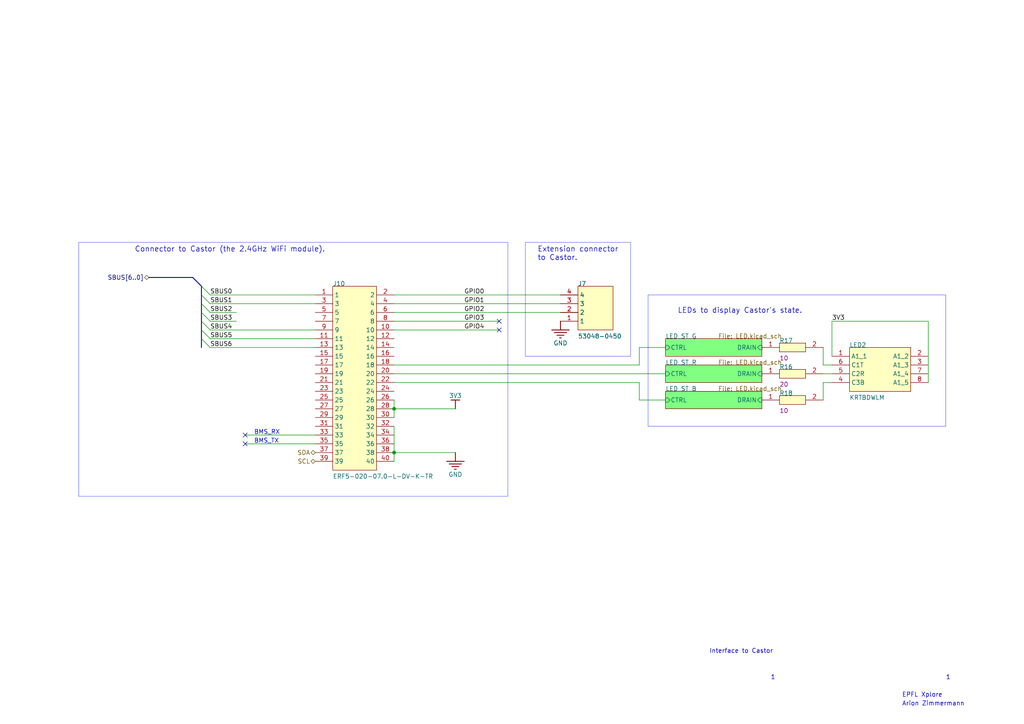
<source format=kicad_sch>
(kicad_sch (version 20250114) (generator "eeschema") (generator_version "9.0")
  (paper "A4")
  (lib_symbols
    (symbol "PolluxIII-altium-import:3V3_BAR" (power)
      (property "Value" "3V3" (at 0 -3.81 0))
      (symbol "3V3_BAR_0_0"
        (polyline (pts (xy -1.27 -2.54) (xy 1.27 -2.54)) (stroke (width 0.254)))
        (polyline (pts (xy 0 0) (xy 0 -2.54)) (stroke (width 0.254)))
        (pin power_in line (at 0 0 0) (length 0) (hide yes) (name "3V3") (number ""))
      )
    )
    (symbol "PolluxIII-altium-import:GND_POWER_GROUND" (power)
      (property "Value" "GND" (at 0 -6.35 0))
      (symbol "GND_POWER_GROUND_0_0"
        (polyline (pts (xy -2.54 -2.54) (xy 2.54 -2.54)) (stroke (width 0.254)))
        (polyline (pts (xy -1.778 -3.302) (xy 1.778 -3.302)) (stroke (width 0.254)))
        (polyline (pts (xy -1.016 -4.064) (xy 1.016 -4.064)) (stroke (width 0.254)))
        (polyline (pts (xy -0.254 -4.826) (xy 0.254 -4.826)) (stroke (width 0.254)))
        (polyline (pts (xy 0 0) (xy 0 -2.54)) (stroke (width 0.254)))
        (pin power_in line (at 0 0 0) (length 0) (hide yes) (name "GND") (number ""))
      )
    )
    (symbol "PolluxIII-altium-import:Interconnect_0_53048-0450_*"
      (symbol "Interconnect_0_53048-0450_*_1_0"
        (rectangle (start 15.24 2.54) (end 5.08 -10.16) (stroke (width 0) (color 128 0 0 1)) (fill (type background)))
        (pin passive line (at 0 0 0) (length 5.08) (name "4") (number "4"))
        (pin passive line (at 0 -2.54 0) (length 5.08) (name "3") (number "3"))
        (pin passive line (at 0 -5.08 0) (length 5.08) (name "2") (number "2"))
        (pin passive line (at 0 -7.62 0) (length 5.08) (name "1") (number "1"))
      )
    )
    (symbol "PolluxIII-altium-import:Interconnect_0_CRCW060310R0FKEAC_CarrierBoard.SCHLIB" (pin_names (hide yes))
      (symbol "Interconnect_0_CRCW060310R0FKEAC_CarrierBoard.SCHLIB_1_0"
        (rectangle (start 12.7 1.27) (end 5.08 -1.27) (stroke (width 0) (color 128 0 0 1)) (fill (type background)))
        (pin passive line (at 0 0 0) (length 5.08) (name "1") (number "1"))
        (pin passive line (at 17.78 0 180) (length 5.08) (name "2") (number "2"))
      )
    )
    (symbol "PolluxIII-altium-import:Interconnect_0_CRCW060320R0FKEAC_CarrierBoard.SCHLIB" (pin_names (hide yes))
      (symbol "Interconnect_0_CRCW060320R0FKEAC_CarrierBoard.SCHLIB_1_0"
        (rectangle (start 12.7 1.27) (end 5.08 -1.27) (stroke (width 0) (color 128 0 0 1)) (fill (type background)))
        (pin passive line (at 0 0 0) (length 5.08) (name "1") (number "1"))
        (pin passive line (at 17.78 0 180) (length 5.08) (name "2") (number "2"))
      )
    )
    (symbol "PolluxIII-altium-import:Interconnect_0_KRTBDWLM32.32-T4U6-JW+AAAB-J3+R4S6-5V_CarrierBoard.SCHLIB"
      (symbol "Interconnect_0_KRTBDWLM32.32-T4U6-JW+AAAB-J3+R4S6-5V_CarrierBoard.SCHLIB_1_0"
        (rectangle (start 22.86 2.54) (end 5.08 -10.16) (stroke (width 0) (color 128 0 0 1)) (fill (type background)))
        (pin passive line (at 0 0 0) (length 5.08) (name "A1_1") (number "1"))
        (pin passive line (at 0 -2.54 0) (length 5.08) (name "C1T") (number "6"))
        (pin passive line (at 0 -5.08 0) (length 5.08) (name "C2R") (number "5"))
        (pin passive line (at 0 -7.62 0) (length 5.08) (name "C3B") (number "4"))
        (pin passive line (at 27.94 0 180) (length 5.08) (name "A1_2") (number "2"))
        (pin passive line (at 27.94 -2.54 180) (length 5.08) (name "A1_3") (number "3"))
        (pin passive line (at 27.94 -5.08 180) (length 5.08) (name "A1_4") (number "7"))
        (pin passive line (at 27.94 -7.62 180) (length 5.08) (name "A1_5") (number "8"))
      )
    )
    (symbol "PolluxIII-altium-import:Interconnect_2_ERF5-020-07.0-L-DV-K-TR_SamacSys.SchLib"
      (symbol "Interconnect_2_ERF5-020-07.0-L-DV-K-TR_SamacSys.SchLib_1_0"
        (rectangle (start -5.08 50.8) (end -17.78 -2.54) (stroke (width 0) (color 128 0 0 1)) (fill (type background)))
        (pin passive line (at -22.86 48.26 0) (length 5.08) (name "1") (number "1"))
        (pin passive line (at -22.86 45.72 0) (length 5.08) (name "3") (number "3"))
        (pin passive line (at -22.86 43.18 0) (length 5.08) (name "5") (number "5"))
        (pin passive line (at -22.86 40.64 0) (length 5.08) (name "7") (number "7"))
        (pin passive line (at -22.86 38.1 0) (length 5.08) (name "9") (number "9"))
        (pin passive line (at -22.86 35.56 0) (length 5.08) (name "11") (number "11"))
        (pin passive line (at -22.86 33.02 0) (length 5.08) (name "13") (number "13"))
        (pin passive line (at -22.86 30.48 0) (length 5.08) (name "15") (number "15"))
        (pin passive line (at -22.86 27.94 0) (length 5.08) (name "17") (number "17"))
        (pin passive line (at -22.86 25.4 0) (length 5.08) (name "19") (number "19"))
        (pin passive line (at -22.86 22.86 0) (length 5.08) (name "21") (number "21"))
        (pin passive line (at -22.86 20.32 0) (length 5.08) (name "23") (number "23"))
        (pin passive line (at -22.86 17.78 0) (length 5.08) (name "25") (number "25"))
        (pin passive line (at -22.86 15.24 0) (length 5.08) (name "27") (number "27"))
        (pin passive line (at -22.86 12.7 0) (length 5.08) (name "29") (number "29"))
        (pin passive line (at -22.86 10.16 0) (length 5.08) (name "31") (number "31"))
        (pin passive line (at -22.86 7.62 0) (length 5.08) (name "33") (number "33"))
        (pin passive line (at -22.86 5.08 0) (length 5.08) (name "35") (number "35"))
        (pin passive line (at -22.86 2.54 0) (length 5.08) (name "37") (number "37"))
        (pin passive line (at -22.86 0 0) (length 5.08) (name "39") (number "39"))
        (pin passive line (at 0 48.26 180) (length 5.08) (name "2") (number "2"))
        (pin passive line (at 0 45.72 180) (length 5.08) (name "4") (number "4"))
        (pin passive line (at 0 43.18 180) (length 5.08) (name "6") (number "6"))
        (pin passive line (at 0 40.64 180) (length 5.08) (name "8") (number "8"))
        (pin passive line (at 0 38.1 180) (length 5.08) (name "10") (number "10"))
        (pin passive line (at 0 35.56 180) (length 5.08) (name "12") (number "12"))
        (pin passive line (at 0 33.02 180) (length 5.08) (name "14") (number "14"))
        (pin passive line (at 0 30.48 180) (length 5.08) (name "16") (number "16"))
        (pin passive line (at 0 27.94 180) (length 5.08) (name "18") (number "18"))
        (pin passive line (at 0 25.4 180) (length 5.08) (name "20") (number "20"))
        (pin passive line (at 0 22.86 180) (length 5.08) (name "22") (number "22"))
        (pin passive line (at 0 20.32 180) (length 5.08) (name "24") (number "24"))
        (pin passive line (at 0 17.78 180) (length 5.08) (name "26") (number "26"))
        (pin passive line (at 0 15.24 180) (length 5.08) (name "28") (number "28"))
        (pin passive line (at 0 12.7 180) (length 5.08) (name "30") (number "30"))
        (pin passive line (at 0 10.16 180) (length 5.08) (name "32") (number "32"))
        (pin passive line (at 0 7.62 180) (length 5.08) (name "34") (number "34"))
        (pin passive line (at 0 5.08 180) (length 5.08) (name "36") (number "36"))
        (pin passive line (at 0 2.54 180) (length 5.08) (name "38") (number "38"))
        (pin passive line (at 0 0 180) (length 5.08) (name "40") (number "40"))
      )
    )
  )
  (rectangle (start 182.88 70.3072) (end 152.4 103.3272) (stroke (width 0.0254) (color 0 0 255 1)))
  (rectangle (start 147.32 70.3072) (end 22.86 143.9672) (stroke (width 0.0254) (color 0 0 255 1)))
  (rectangle (start 274.32 85.5472) (end 187.96 123.6472) (stroke (width 0.0254) (color 0 0 255 1)))
  (text "1" (at 223.52 197.3072 0) (effects (font (size 1.27 1.27)) (justify left bottom)))
  (text "1" (at 274.32 197.3072 0) (effects (font (size 1.27 1.27)) (justify left bottom)))
  (text "EPFL Xplore" (at 261.62 202.3872 0) (effects (font (size 1.27 1.27)) (justify left bottom)))
  (text "Arion Zimmermann" (at 261.62 204.9272 0) (effects (font (size 1.27 1.27)) (justify left bottom)))
  (text "BMS_TX" (at 73.66 128.7272 0) (effects (font (size 1.27 1.27)) (justify left bottom)))
  (text "BMS_RX" (at 73.66 126.1872 0) (effects (font (size 1.27 1.27)) (justify left bottom)))
  (text "Interface to Castor" (at 205.74 189.6872 0) (effects (font (size 1.27 1.27)) (justify left bottom)))
  (text_box "LEDs to display Castor's state." (at 233.68 88.0872 0) (size -38.1 12.7) (margins 0.9525 0.9525 0.9525 0.9525) (stroke (width -0.0001) (color 0 0 0 1)) (effects (font (size 1.524 1.524)) (justify left top)))
  (text_box "Extension connector to Castor." (at 180.34 70.3072 0) (size -25.4 12.7) (margins 0.9525 0.9525 0.9525 0.9525) (stroke (width -0.0001) (color 0 0 0 1)) (effects (font (size 1.524 1.524)) (justify left top)))
  (text_box "Connector to Castor (the 2.4GHz WiFi module)." (at 132.08 70.3072 0) (size -93.98 7.62) (margins 0.9525 0.9525 0.9525 0.9525) (stroke (width -0.0001) (color 0 0 0 1)) (effects (font (size 1.524 1.524)) (justify left top)))
  (junction (at 114.3 118.5672))
  (junction (at 114.3 131.2672))
  (no_connect (at 144.78 95.7072))
  (no_connect (at 71.12 126.1872))
  (no_connect (at 144.78 93.1672))
  (no_connect (at 71.12 128.7272))
  (bus_entry (at 60.96 93.1672) (size -2.54 -2.54))
  (bus_entry (at 60.96 90.6272) (size -2.54 -2.54))
  (bus_entry (at 60.96 98.2472) (size -2.54 -2.54))
  (bus_entry (at 60.96 88.0872) (size -2.54 -2.54))
  (bus_entry (at 60.96 95.7072) (size -2.54 -2.54))
  (bus_entry (at 60.96 100.7872) (size -2.54 -2.54))
  (bus_entry (at 60.96 85.5472) (size -2.54 -2.54))
  (bus (pts (xy 58.42 93.1672) (xy 58.42 95.7072)) (stroke (width 0.254)))
  (bus (pts (xy 58.42 85.5472) (xy 58.42 88.0872)) (stroke (width 0.254)))
  (wire (pts (xy 114.3 123.6472) (xy 114.3 131.2672)))
  (wire (pts (xy 193.04 108.4072) (xy 114.3 108.4072)))
  (wire (pts (xy 114.3 95.7072) (xy 144.78 95.7072)))
  (wire (pts (xy 114.3 105.8672) (xy 185.42 105.8672)))
  (wire (pts (xy 238.76 110.9472) (xy 238.76 116.0272)))
  (wire (pts (xy 185.42 110.9472) (xy 185.42 116.0272)))
  (bus (pts (xy 43.18 80.4672) (xy 55.88 80.4672)) (stroke (width 0.254)))
  (wire (pts (xy 241.3 93.1672) (xy 269.24 93.1672)))
  (wire (pts (xy 91.44 88.0872) (xy 60.96 88.0872)))
  (bus (pts (xy 58.42 83.0072) (xy 58.42 85.5472)) (stroke (width 0.254)))
  (wire (pts (xy 114.3 118.5672) (xy 132.08 118.5672)))
  (wire (pts (xy 114.3 131.2672) (xy 132.08 131.2672)))
  (wire (pts (xy 114.3 90.6272) (xy 162.56 90.6272)))
  (wire (pts (xy 269.24 93.1672) (xy 269.24 110.9472)))
  (wire (pts (xy 185.42 100.7872) (xy 193.04 100.7872)))
  (bus (pts (xy 58.42 90.6272) (xy 58.42 93.1672)) (stroke (width 0.254)))
  (wire (pts (xy 185.42 116.0272) (xy 193.04 116.0272)))
  (bus (pts (xy 58.42 98.2472) (xy 58.42 100.7872)) (stroke (width 0.254)))
  (wire (pts (xy 144.78 93.1672) (xy 114.3 93.1672)))
  (wire (pts (xy 114.3 131.2672) (xy 114.3 133.8072)))
  (wire (pts (xy 71.12 128.7272) (xy 91.44 128.7272)))
  (wire (pts (xy 238.76 100.7872) (xy 238.76 105.8672)))
  (wire (pts (xy 60.96 90.6272) (xy 68.58 90.6272)))
  (wire (pts (xy 91.44 95.7072) (xy 60.96 95.7072)))
  (wire (pts (xy 114.3 121.1072) (xy 114.3 118.5672)))
  (wire (pts (xy 114.3 118.5672) (xy 114.3 116.0272)))
  (wire (pts (xy 241.3 103.3272) (xy 241.3 93.1672)))
  (wire (pts (xy 241.3 110.9472) (xy 238.76 110.9472)))
  (wire (pts (xy 238.76 108.4072) (xy 241.3 108.4072)))
  (wire (pts (xy 114.3 85.5472) (xy 162.56 85.5472)))
  (wire (pts (xy 91.44 100.7872) (xy 60.96 100.7872)))
  (wire (pts (xy 71.12 126.1872) (xy 91.44 126.1872)))
  (wire (pts (xy 238.76 105.8672) (xy 241.3 105.8672)))
  (wire (pts (xy 185.42 105.8672) (xy 185.42 100.7872)))
  (wire (pts (xy 60.96 93.1672) (xy 68.58 93.1672)))
  (wire (pts (xy 60.96 85.5472) (xy 91.44 85.5472)))
  (wire (pts (xy 91.44 98.2472) (xy 60.96 98.2472)))
  (bus (pts (xy 55.88 80.4672) (xy 58.42 83.0072)) (stroke (width 0.254)))
  (bus (pts (xy 58.42 95.7072) (xy 58.42 98.2472)) (stroke (width 0.254)))
  (wire (pts (xy 114.3 88.0872) (xy 162.56 88.0872)))
  (bus (pts (xy 58.42 88.0872) (xy 58.42 90.6272)) (stroke (width 0.254)))
  (wire (pts (xy 114.3 110.9472) (xy 185.42 110.9472)))
  (label "GPIO3" (at 134.62 93.1672 0))
  (label "GPIO1" (at 134.62 88.0872 0))
  (label "GPIO2" (at 134.62 90.6272 0))
  (label "SBUS1" (at 60.96 88.0872 0))
  (label "SBUS3" (at 60.96 93.1672 0))
  (label "SBUS0" (at 60.96 85.5472 0))
  (label "3V3" (at 241.3 93.1672 0))
  (label "SBUS5" (at 60.96 98.2472 0))
  (label "SBUS4" (at 60.96 95.7072 0))
  (label "GPIO4" (at 134.62 95.7072 0))
  (label "SBUS6" (at 60.96 100.7872 0))
  (label "GPIO0" (at 134.62 85.5472 0))
  (label "SBUS2" (at 60.96 90.6272 0))
  (hierarchical_label "SCL" (shape bidirectional) (at 91.44 133.8072 180))
  (hierarchical_label "SBUS[6..0]" (shape bidirectional) (at 43.18 80.4672 180))
  (hierarchical_label "SDA" (shape bidirectional) (at 91.44 131.2672 180))
  (symbol (lib_id "PolluxIII-altium-import:Interconnect_0_CRCW060310R0FKEAC_CarrierBoard.SCHLIB") (at 220.98 116.0272 0) (unit 0)
    (property "Reference" "R18" (at 226.06 114.7572 0) (effects (justify left bottom)))
    (property "Value" "CRCW060310R0JNEAC" (effects (hide yes)))
    (property "Footprint" "C__Users_Arion_Documents_AltiumLL_SamacSys.PcbLib:RESC1608X55N" (effects (hide yes)))
    (property "Description" "Resistor" (effects (hide yes)))
    (property "DATASHEET LINK" "https://ms.componentsearchengine.com/Datasheets/1/CRCW060310R0FKEAC.pdf" (effects (hide yes)))
    (property "HEIGHT" "0.55mm" (effects (hide yes)))
    (property "MANUFACTURER_NAME" "Vishay" (effects (hide yes)))
    (property "MANUFACTURER_PART_NUMBER" "CRCW060310R0FKEAC" (effects (hide yes)))
    (property "MOUSER PART NUMBER" "71-CRCW060310R0FKEAC" (effects (hide yes)))
    (property "MOUSER PRICE/STOCK" "https://www.mouser.co.uk/ProductDetail/Vishay-Dale/CRCW060310R0FKEAC?qs=E3Y5ESvWgWP5XvJ40P8QAg%3D%3D" (effects (hide yes)))
    (property "ARROW PART NUMBER" "CRCW060310R0FKEAC" (effects (hide yes)))
    (property "ARROW PRICE/STOCK" "https://www.arrow.com/en/products/crcw060310r0fkeac/vishay" (effects (hide yes)))
    (property "ALTIUM_VALUE" "10" (at 226.06 119.8372 0) (effects (justify left bottom)))
    (property "SUPPLIER 1" "Distrelec" (effects (hide yes)))
    (property "SUPPLIER PART NUMBER 1" "16059657" (effects (hide yes)))
  )
  (symbol (lib_id "PolluxIII-altium-import:Interconnect_0_CRCW060320R0FKEAC_CarrierBoard.SCHLIB") (at 220.98 108.4072 0) (unit 0)
    (property "Reference" "R16" (at 226.06 107.1372 0) (effects (justify left bottom)))
    (property "Value" "CRCW060320R0FKEAC" (effects (hide yes)))
    (property "Footprint" "C__Users_Arion_Documents_AltiumLL_SamacSys.PcbLib:RESC1608X55N" (effects (hide yes)))
    (property "Description" "Resistor" (effects (hide yes)))
    (property "DATASHEET LINK" "http://www.vishay.com/docs/28773/crcwce3.pdf" (effects (hide yes)))
    (property "HEIGHT" "0.55mm" (effects (hide yes)))
    (property "MANUFACTURER_NAME" "Vishay" (effects (hide yes)))
    (property "MANUFACTURER_PART_NUMBER" "CRCW060320R0FKEAC" (effects (hide yes)))
    (property "MOUSER PART NUMBER" "71-CRCW060320R0FKEAC" (effects (hide yes)))
    (property "MOUSER PRICE/STOCK" "https://www.mouser.com/Search/Refine.aspx?Keyword=71-CRCW060320R0FKEAC" (effects (hide yes)))
    (property "ARROW PART NUMBER" "CRCW060320R0FKEAC" (effects (hide yes)))
    (property "ARROW PRICE/STOCK" "https://www.arrow.com/en/products/crcw060320r0fkeac/vishay" (effects (hide yes)))
    (property "ALTIUM_VALUE" "20" (at 226.06 112.2172 0) (effects (justify left bottom)))
    (property "SUPPLIER 1" "Mouser" (effects (hide yes)))
    (property "SUPPLIER PART NUMBER 1" "71-CRCW060320R0FKEAC" (effects (hide yes)))
  )
  (symbol (lib_id "PolluxIII-altium-import:GND_POWER_GROUND") (at 132.08 131.2672 0) (unit 1)
    (property "Reference" "#PWR?" (effects (hide yes)))
    (property "Value" "GND" (at 132.08 137.6172 0))
  )
  (symbol (lib_id "PolluxIII-altium-import:3V3_BAR") (at 132.08 118.5672 180) (unit 1)
    (property "Reference" "#PWR?" (effects (hide yes)))
    (property "Value" "3V3" (at 132.08 114.7572 0))
  )
  (symbol (lib_id "PolluxIII-altium-import:Interconnect_0_53048-0450_*") (at 162.56 85.5472 0) (unit 0)
    (property "Reference" "J7" (at 167.64 83.0072 0) (effects (justify left bottom)))
    (property "Value" "53048-0450" (at 167.64 98.2472 0) (effects (justify left bottom)))
    (property "Footprint" "SHDRRA4W35P0X125_1X4_675X550X350P" (effects (hide yes)))
    (property "Description" "Connector" (effects (hide yes)))
    (property "DATASHEET LINK" "https://www.molex.com/pdm_docs/sd/530480450_sd.pdf" (effects (hide yes)))
    (property "HEIGHT" "3.5mm" (effects (hide yes)))
    (property "MANUFACTURER_NAME" "Molex" (effects (hide yes)))
    (property "MANUFACTURER_PART_NUMBER" "53048-0450" (effects (hide yes)))
    (property "MOUSER PART NUMBER" "538-53048-0450" (effects (hide yes)))
    (property "MOUSER PRICE/STOCK" "https://www.mouser.co.uk/ProductDetail/Molex/53048-0450?qs=0lSvoLzn4L%252Bhzo05ywM78Q%3D%3D" (effects (hide yes)))
  )
  (symbol (lib_id "PolluxIII-altium-import:Interconnect_2_ERF5-020-07.0-L-DV-K-TR_SamacSys.SchLib") (at 114.3 133.8072 0) (unit 0)
    (property "Reference" "J10" (at 96.52 83.0072 0) (effects (justify left bottom)))
    (property "Value" "ERF5-020-07.0-L-DV-K-TR" (at 96.52 138.8872 0) (effects (justify left bottom)))
    (property "Footprint" "C__Users_Arion_Documents_AltiumLL_SamacSys.PcbLib:ERF5-020-XX.X-Y-DV-K-TR" (effects (hide yes)))
    (property "Description" "Connector" (effects (hide yes)))
    (property "DATASHEET LINK" "http://suddendocs.samtec.com/prints/erf5-xxx-xx.x-x-dv-xx-tr-mkt.pdf" (effects (hide yes)))
    (property "MANUFACTURER_NAME" "SAMTEC" (effects (hide yes)))
    (property "MANUFACTURER_PART_NUMBER" "ERF5-020-07.0-L-DV-K-TR" (effects (hide yes)))
    (property "MOUSER PART NUMBER" "200-ERF5020070LDVKTR" (effects (hide yes)))
    (property "MOUSER PRICE/STOCK" "https://www.mouser.co.uk/ProductDetail/Samtec/ERF5-020-070-L-DV-K-TR?qs=PB6%2FjmICvI2cw95I39aPSA%3D%3D" (effects (hide yes)))
    (property "ARROW PART NUMBER" "ERF5-020-07.0-L-DV-K-TR" (effects (hide yes)))
    (property "ARROW PRICE/STOCK" "https://www.arrow.com/en/products/erf5-020-07.0-l-dv-k-tr/samtec" (effects (hide yes)))
    (property "SYSTEM" "Connector" (effects (hide yes)))
  )
  (symbol (lib_id "PolluxIII-altium-import:GND_POWER_GROUND") (at 162.56 93.1672 0) (unit 1)
    (property "Reference" "#PWR?" (effects (hide yes)))
    (property "Value" "GND" (at 162.56 99.5172 0))
  )
  (symbol (lib_id "PolluxIII-altium-import:Interconnect_0_KRTBDWLM32.32-T4U6-JW+AAAB-J3+R4S6-5V_CarrierBoard.SCHLIB") (at 241.3 103.3272 0) (unit 0)
    (property "Reference" "LED2" (at 246.38 100.7872 0) (effects (justify left bottom)))
    (property "Value" "KRTBDWLM" (at 246.38 116.0272 0) (effects (justify left bottom)))
    (property "Footprint" "C__Users_Arion_Documents_AltiumLL_SamacSys.PcbLib:KRTBDWLM3232T4U6JWAAABJ3R4S65V" (effects (hide yes)))
    (property "Description" "LED" (effects (hide yes)))
    (property "DATASHEET LINK" "https://dammedia.osram.info/media/resource/hires/osram-dam-12226989/KRTBDWLM32.32_EN.pdf" (effects (hide yes)))
    (property "HEIGHT" "0.7mm" (effects (hide yes)))
    (property "MANUFACTURER_NAME" "OSRAM" (effects (hide yes)))
    (property "MANUFACTURER_PART_NUMBER" "KRTBDWLM32.32-T4U6-JW+AAAB-J3+R4S6-5V" (effects (hide yes)))
    (property "MOUSER PART NUMBER" "720-KRTBDWLM323A7940" (effects (hide yes)))
    (property "MOUSER PRICE/STOCK" "https://www.mouser.co.uk/ProductDetail/OSRAM-Opto-Semiconductors/KRTBDWLM3232-T4U6-JW%2bAAAB-J3%2bR4S6-5V?qs=DPoM0jnrROWJ%2F8aeLsBacQ%3D%3D" (effects (hide yes)))
    (property "SUPPLIER 1" "Mouser" (effects (hide yes)))
    (property "SUPPLIER PART NUMBER 1" "720-KRTBDWLM323A7940" (effects (hide yes)))
  )
  (symbol (lib_id "PolluxIII-altium-import:Interconnect_0_CRCW060310R0FKEAC_CarrierBoard.SCHLIB") (at 220.98 100.7872 0) (unit 0)
    (property "Reference" "R17" (at 226.06 99.5172 0) (effects (justify left bottom)))
    (property "Value" "CRCW060310R0JNEAC" (effects (hide yes)))
    (property "Footprint" "C__Users_Arion_Documents_AltiumLL_SamacSys.PcbLib:RESC1608X55N" (effects (hide yes)))
    (property "Description" "Resistor" (effects (hide yes)))
    (property "DATASHEET LINK" "https://ms.componentsearchengine.com/Datasheets/1/CRCW060310R0FKEAC.pdf" (effects (hide yes)))
    (property "HEIGHT" "0.55mm" (effects (hide yes)))
    (property "MANUFACTURER_NAME" "Vishay" (effects (hide yes)))
    (property "MANUFACTURER_PART_NUMBER" "CRCW060310R0FKEAC" (effects (hide yes)))
    (property "MOUSER PART NUMBER" "71-CRCW060310R0FKEAC" (effects (hide yes)))
    (property "MOUSER PRICE/STOCK" "https://www.mouser.co.uk/ProductDetail/Vishay-Dale/CRCW060310R0FKEAC?qs=E3Y5ESvWgWP5XvJ40P8QAg%3D%3D" (effects (hide yes)))
    (property "ARROW PART NUMBER" "CRCW060310R0FKEAC" (effects (hide yes)))
    (property "ARROW PRICE/STOCK" "https://www.arrow.com/en/products/crcw060310r0fkeac/vishay" (effects (hide yes)))
    (property "ALTIUM_VALUE" "10" (at 226.06 104.5972 0) (effects (justify left bottom)))
    (property "SUPPLIER 1" "Distrelec" (effects (hide yes)))
    (property "SUPPLIER PART NUMBER 1" "16059657" (effects (hide yes)))
  )
  (sheet (at 193.04 98.2472) (size 27.94 5.08) (stroke (width 0) (color 128 0 0 1)) (fill (color 128 255 128 1.0000))
    (property "Sheetname" "LED_ST_G" (at 193.04 98.2472 0) (effects (justify left bottom)))
    (property "Sheetfile" "LED.kicad_sch" (at 208.28 98.2472 0) (effects (justify left bottom)))
    (pin "CTRL" input (at 193.04 100.7872 180))
    (pin "DRAIN" input (at 220.98 100.7872 0))
  )
  (sheet (at 193.04 105.8672) (size 27.94 5.08) (stroke (width 0) (color 128 0 0 1)) (fill (color 128 255 128 1.0000))
    (property "Sheetname" "LED_ST_R" (at 193.04 105.8672 0) (effects (justify left bottom)))
    (property "Sheetfile" "LED.kicad_sch" (at 208.28 105.8672 0) (effects (justify left bottom)))
    (pin "CTRL" input (at 193.04 108.4072 180))
    (pin "DRAIN" input (at 220.98 108.4072 0))
  )
  (sheet (at 193.04 113.4872) (size 27.94 5.08) (stroke (width 0) (color 128 0 0 1)) (fill (color 128 255 128 1.0000))
    (property "Sheetname" "LED_ST_B" (at 193.04 113.4872 0) (effects (justify left bottom)))
    (property "Sheetfile" "LED.kicad_sch" (at 208.28 113.4872 0) (effects (justify left bottom)))
    (pin "CTRL" input (at 193.04 116.0272 180))
    (pin "DRAIN" input (at 220.98 116.0272 0))
  )
)
</source>
